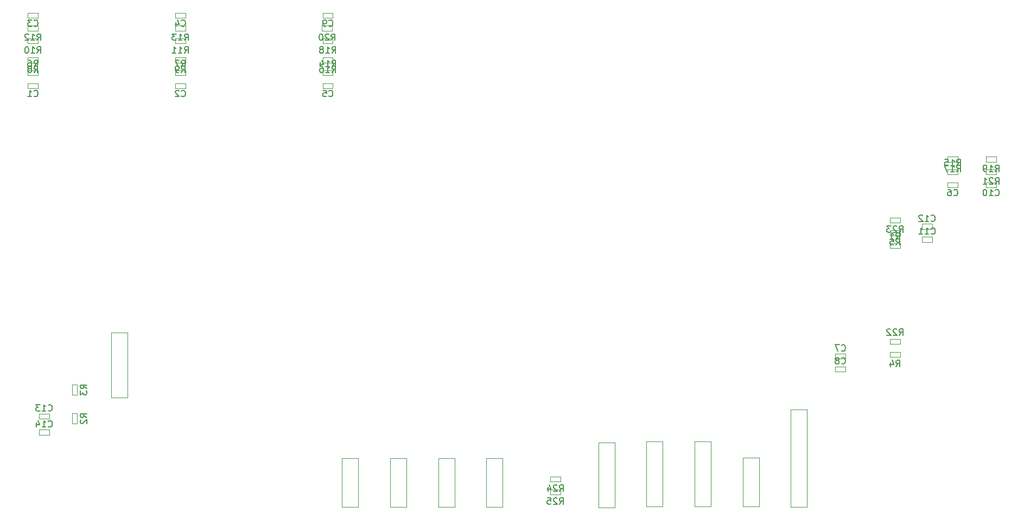
<source format=gbr>
G04 #@! TF.FileFunction,Other,Fab,Bot*
%FSLAX46Y46*%
G04 Gerber Fmt 4.6, Leading zero omitted, Abs format (unit mm)*
G04 Created by KiCad (PCBNEW 4.0.6+dfsg1-1) date Mon Apr  2 21:34:36 2018*
%MOMM*%
%LPD*%
G01*
G04 APERTURE LIST*
%ADD10C,0.100000*%
%ADD11C,0.150000*%
G04 APERTURE END LIST*
D10*
X29700000Y-96600000D02*
X29700000Y-97400000D01*
X31300000Y-96600000D02*
X29700000Y-96600000D01*
X31300000Y-97400000D02*
X31300000Y-96600000D01*
X29700000Y-97400000D02*
X31300000Y-97400000D01*
X52700000Y-96600000D02*
X52700000Y-97400000D01*
X54300000Y-96600000D02*
X52700000Y-96600000D01*
X54300000Y-97400000D02*
X54300000Y-96600000D01*
X52700000Y-97400000D02*
X54300000Y-97400000D01*
X29700000Y-85600000D02*
X29700000Y-86400000D01*
X31300000Y-85600000D02*
X29700000Y-85600000D01*
X31300000Y-86400000D02*
X31300000Y-85600000D01*
X29700000Y-86400000D02*
X31300000Y-86400000D01*
X52700000Y-85600000D02*
X52700000Y-86400000D01*
X54300000Y-85600000D02*
X52700000Y-85600000D01*
X54300000Y-86400000D02*
X54300000Y-85600000D01*
X52700000Y-86400000D02*
X54300000Y-86400000D01*
X75700000Y-96600000D02*
X75700000Y-97400000D01*
X77300000Y-96600000D02*
X75700000Y-96600000D01*
X77300000Y-97400000D02*
X77300000Y-96600000D01*
X75700000Y-97400000D02*
X77300000Y-97400000D01*
X173200000Y-112100000D02*
X173200000Y-112900000D01*
X174800000Y-112100000D02*
X173200000Y-112100000D01*
X174800000Y-112900000D02*
X174800000Y-112100000D01*
X173200000Y-112900000D02*
X174800000Y-112900000D01*
X157284588Y-139677576D02*
X157284588Y-138877576D01*
X155684588Y-139677576D02*
X157284588Y-139677576D01*
X155684588Y-138877576D02*
X155684588Y-139677576D01*
X157284588Y-138877576D02*
X155684588Y-138877576D01*
X157284588Y-141677576D02*
X157284588Y-140877576D01*
X155684588Y-141677576D02*
X157284588Y-141677576D01*
X155684588Y-140877576D02*
X155684588Y-141677576D01*
X157284588Y-140877576D02*
X155684588Y-140877576D01*
X75700000Y-85600000D02*
X75700000Y-86400000D01*
X77300000Y-85600000D02*
X75700000Y-85600000D01*
X77300000Y-86400000D02*
X77300000Y-85600000D01*
X75700000Y-86400000D02*
X77300000Y-86400000D01*
X179200000Y-112100000D02*
X179200000Y-112900000D01*
X180800000Y-112100000D02*
X179200000Y-112100000D01*
X180800000Y-112900000D02*
X180800000Y-112100000D01*
X179200000Y-112900000D02*
X180800000Y-112900000D01*
X170800000Y-121400000D02*
X170800000Y-120600000D01*
X169200000Y-121400000D02*
X170800000Y-121400000D01*
X169200000Y-120600000D02*
X169200000Y-121400000D01*
X170800000Y-120600000D02*
X169200000Y-120600000D01*
X170800000Y-119400000D02*
X170800000Y-118600000D01*
X169200000Y-119400000D02*
X170800000Y-119400000D01*
X169200000Y-118600000D02*
X169200000Y-119400000D01*
X170800000Y-118600000D02*
X169200000Y-118600000D01*
X42730000Y-145770000D02*
X42730000Y-135610000D01*
X42730000Y-135610000D02*
X45270000Y-135610000D01*
X45270000Y-135610000D02*
X45270000Y-145770000D01*
X45270000Y-145770000D02*
X42730000Y-145770000D01*
X141230000Y-162770000D02*
X141230000Y-155150000D01*
X141230000Y-155150000D02*
X143770000Y-155150000D01*
X143770000Y-155150000D02*
X143770000Y-162770000D01*
X143770000Y-162770000D02*
X141230000Y-162770000D01*
X148730000Y-162850000D02*
X148730000Y-147610000D01*
X148730000Y-147610000D02*
X151270000Y-147610000D01*
X151270000Y-147610000D02*
X151270000Y-162850000D01*
X151270000Y-162850000D02*
X148730000Y-162850000D01*
X118730000Y-162890000D02*
X118730000Y-152730000D01*
X118730000Y-152730000D02*
X121270000Y-152730000D01*
X121270000Y-152730000D02*
X121270000Y-162890000D01*
X121270000Y-162890000D02*
X118730000Y-162890000D01*
X126230000Y-162770000D02*
X126230000Y-152610000D01*
X126230000Y-152610000D02*
X128770000Y-152610000D01*
X128770000Y-152610000D02*
X128770000Y-162770000D01*
X128770000Y-162770000D02*
X126230000Y-162770000D01*
X78730000Y-162850000D02*
X78730000Y-155230000D01*
X78730000Y-155230000D02*
X81270000Y-155230000D01*
X81270000Y-155230000D02*
X81270000Y-162850000D01*
X81270000Y-162850000D02*
X78730000Y-162850000D01*
X93730000Y-162850000D02*
X93730000Y-155230000D01*
X93730000Y-155230000D02*
X96270000Y-155230000D01*
X96270000Y-155230000D02*
X96270000Y-162850000D01*
X96270000Y-162850000D02*
X93730000Y-162850000D01*
X86230000Y-162850000D02*
X86230000Y-155230000D01*
X86230000Y-155230000D02*
X88770000Y-155230000D01*
X88770000Y-155230000D02*
X88770000Y-162850000D01*
X88770000Y-162850000D02*
X86230000Y-162850000D01*
X101230000Y-162850000D02*
X101230000Y-155230000D01*
X101230000Y-155230000D02*
X103770000Y-155230000D01*
X103770000Y-155230000D02*
X103770000Y-162850000D01*
X103770000Y-162850000D02*
X101230000Y-162850000D01*
X133730000Y-162770000D02*
X133730000Y-152610000D01*
X133730000Y-152610000D02*
X136270000Y-152610000D01*
X136270000Y-152610000D02*
X136270000Y-162770000D01*
X136270000Y-162770000D02*
X133730000Y-162770000D01*
X165800000Y-122400000D02*
X165800000Y-121600000D01*
X164200000Y-122400000D02*
X165800000Y-122400000D01*
X164200000Y-121600000D02*
X164200000Y-122400000D01*
X165800000Y-121600000D02*
X164200000Y-121600000D01*
X36600000Y-149800000D02*
X37400000Y-149800000D01*
X36600000Y-148200000D02*
X36600000Y-149800000D01*
X37400000Y-148200000D02*
X36600000Y-148200000D01*
X37400000Y-149800000D02*
X37400000Y-148200000D01*
X36600000Y-145300000D02*
X37400000Y-145300000D01*
X36600000Y-143700000D02*
X36600000Y-145300000D01*
X37400000Y-143700000D02*
X36600000Y-143700000D01*
X37400000Y-145300000D02*
X37400000Y-143700000D01*
X164200000Y-138600000D02*
X164200000Y-139400000D01*
X165800000Y-138600000D02*
X164200000Y-138600000D01*
X165800000Y-139400000D02*
X165800000Y-138600000D01*
X164200000Y-139400000D02*
X165800000Y-139400000D01*
X164200000Y-119600000D02*
X164200000Y-120400000D01*
X165800000Y-119600000D02*
X164200000Y-119600000D01*
X165800000Y-120400000D02*
X165800000Y-119600000D01*
X164200000Y-120400000D02*
X165800000Y-120400000D01*
X31300000Y-95400000D02*
X31300000Y-94600000D01*
X29700000Y-95400000D02*
X31300000Y-95400000D01*
X29700000Y-94600000D02*
X29700000Y-95400000D01*
X31300000Y-94600000D02*
X29700000Y-94600000D01*
X54300000Y-95400000D02*
X54300000Y-94600000D01*
X52700000Y-95400000D02*
X54300000Y-95400000D01*
X52700000Y-94600000D02*
X52700000Y-95400000D01*
X54300000Y-94600000D02*
X52700000Y-94600000D01*
X29700000Y-92600000D02*
X29700000Y-93400000D01*
X31300000Y-92600000D02*
X29700000Y-92600000D01*
X31300000Y-93400000D02*
X31300000Y-92600000D01*
X29700000Y-93400000D02*
X31300000Y-93400000D01*
X52700000Y-92600000D02*
X52700000Y-93400000D01*
X54300000Y-92600000D02*
X52700000Y-92600000D01*
X54300000Y-93400000D02*
X54300000Y-92600000D01*
X52700000Y-93400000D02*
X54300000Y-93400000D01*
X29700000Y-89600000D02*
X29700000Y-90400000D01*
X31300000Y-89600000D02*
X29700000Y-89600000D01*
X31300000Y-90400000D02*
X31300000Y-89600000D01*
X29700000Y-90400000D02*
X31300000Y-90400000D01*
X52700000Y-89600000D02*
X52700000Y-90400000D01*
X54300000Y-89600000D02*
X52700000Y-89600000D01*
X54300000Y-90400000D02*
X54300000Y-89600000D01*
X52700000Y-90400000D02*
X54300000Y-90400000D01*
X29700000Y-87600000D02*
X29700000Y-88400000D01*
X31300000Y-87600000D02*
X29700000Y-87600000D01*
X31300000Y-88400000D02*
X31300000Y-87600000D01*
X29700000Y-88400000D02*
X31300000Y-88400000D01*
X52700000Y-87600000D02*
X52700000Y-88400000D01*
X54300000Y-87600000D02*
X52700000Y-87600000D01*
X54300000Y-88400000D02*
X54300000Y-87600000D01*
X52700000Y-88400000D02*
X54300000Y-88400000D01*
X77300000Y-95400000D02*
X77300000Y-94600000D01*
X75700000Y-95400000D02*
X77300000Y-95400000D01*
X75700000Y-94600000D02*
X75700000Y-95400000D01*
X77300000Y-94600000D02*
X75700000Y-94600000D01*
X174800000Y-110900000D02*
X174800000Y-110100000D01*
X173200000Y-110900000D02*
X174800000Y-110900000D01*
X173200000Y-110100000D02*
X173200000Y-110900000D01*
X174800000Y-110100000D02*
X173200000Y-110100000D01*
X75700000Y-92600000D02*
X75700000Y-93400000D01*
X77300000Y-92600000D02*
X75700000Y-92600000D01*
X77300000Y-93400000D02*
X77300000Y-92600000D01*
X75700000Y-93400000D02*
X77300000Y-93400000D01*
X173200000Y-108100000D02*
X173200000Y-108900000D01*
X174800000Y-108100000D02*
X173200000Y-108100000D01*
X174800000Y-108900000D02*
X174800000Y-108100000D01*
X173200000Y-108900000D02*
X174800000Y-108900000D01*
X75700000Y-89600000D02*
X75700000Y-90400000D01*
X77300000Y-89600000D02*
X75700000Y-89600000D01*
X77300000Y-90400000D02*
X77300000Y-89600000D01*
X75700000Y-90400000D02*
X77300000Y-90400000D01*
X179200000Y-108100000D02*
X179200000Y-108900000D01*
X180800000Y-108100000D02*
X179200000Y-108100000D01*
X180800000Y-108900000D02*
X180800000Y-108100000D01*
X179200000Y-108900000D02*
X180800000Y-108900000D01*
X75600000Y-87600000D02*
X75600000Y-88400000D01*
X77200000Y-87600000D02*
X75600000Y-87600000D01*
X77200000Y-88400000D02*
X77200000Y-87600000D01*
X75600000Y-88400000D02*
X77200000Y-88400000D01*
X179200000Y-110100000D02*
X179200000Y-110900000D01*
X180800000Y-110100000D02*
X179200000Y-110100000D01*
X180800000Y-110900000D02*
X180800000Y-110100000D01*
X179200000Y-110900000D02*
X180800000Y-110900000D01*
X165800000Y-137400000D02*
X165800000Y-136600000D01*
X164200000Y-137400000D02*
X165800000Y-137400000D01*
X164200000Y-136600000D02*
X164200000Y-137400000D01*
X165800000Y-136600000D02*
X164200000Y-136600000D01*
X164200000Y-117600000D02*
X164200000Y-118400000D01*
X165800000Y-117600000D02*
X164200000Y-117600000D01*
X165800000Y-118400000D02*
X165800000Y-117600000D01*
X164200000Y-118400000D02*
X165800000Y-118400000D01*
X111200000Y-158100000D02*
X111200000Y-158900000D01*
X112800000Y-158100000D02*
X111200000Y-158100000D01*
X112800000Y-158900000D02*
X112800000Y-158100000D01*
X111200000Y-158900000D02*
X112800000Y-158900000D01*
X111200000Y-160100000D02*
X111200000Y-160900000D01*
X112800000Y-160100000D02*
X111200000Y-160100000D01*
X112800000Y-160900000D02*
X112800000Y-160100000D01*
X111200000Y-160900000D02*
X112800000Y-160900000D01*
X33033814Y-149040702D02*
X33033814Y-148240702D01*
X31433814Y-149040702D02*
X33033814Y-149040702D01*
X31433814Y-148240702D02*
X31433814Y-149040702D01*
X33033814Y-148240702D02*
X31433814Y-148240702D01*
X33033814Y-151540702D02*
X33033814Y-150740702D01*
X31433814Y-151540702D02*
X33033814Y-151540702D01*
X31433814Y-150740702D02*
X31433814Y-151540702D01*
X33033814Y-150740702D02*
X31433814Y-150740702D01*
D11*
X30666666Y-98607143D02*
X30714285Y-98654762D01*
X30857142Y-98702381D01*
X30952380Y-98702381D01*
X31095238Y-98654762D01*
X31190476Y-98559524D01*
X31238095Y-98464286D01*
X31285714Y-98273810D01*
X31285714Y-98130952D01*
X31238095Y-97940476D01*
X31190476Y-97845238D01*
X31095238Y-97750000D01*
X30952380Y-97702381D01*
X30857142Y-97702381D01*
X30714285Y-97750000D01*
X30666666Y-97797619D01*
X29714285Y-98702381D02*
X30285714Y-98702381D01*
X30000000Y-98702381D02*
X30000000Y-97702381D01*
X30095238Y-97845238D01*
X30190476Y-97940476D01*
X30285714Y-97988095D01*
X53666666Y-98607143D02*
X53714285Y-98654762D01*
X53857142Y-98702381D01*
X53952380Y-98702381D01*
X54095238Y-98654762D01*
X54190476Y-98559524D01*
X54238095Y-98464286D01*
X54285714Y-98273810D01*
X54285714Y-98130952D01*
X54238095Y-97940476D01*
X54190476Y-97845238D01*
X54095238Y-97750000D01*
X53952380Y-97702381D01*
X53857142Y-97702381D01*
X53714285Y-97750000D01*
X53666666Y-97797619D01*
X53285714Y-97797619D02*
X53238095Y-97750000D01*
X53142857Y-97702381D01*
X52904761Y-97702381D01*
X52809523Y-97750000D01*
X52761904Y-97797619D01*
X52714285Y-97892857D01*
X52714285Y-97988095D01*
X52761904Y-98130952D01*
X53333333Y-98702381D01*
X52714285Y-98702381D01*
X30666666Y-87607143D02*
X30714285Y-87654762D01*
X30857142Y-87702381D01*
X30952380Y-87702381D01*
X31095238Y-87654762D01*
X31190476Y-87559524D01*
X31238095Y-87464286D01*
X31285714Y-87273810D01*
X31285714Y-87130952D01*
X31238095Y-86940476D01*
X31190476Y-86845238D01*
X31095238Y-86750000D01*
X30952380Y-86702381D01*
X30857142Y-86702381D01*
X30714285Y-86750000D01*
X30666666Y-86797619D01*
X30333333Y-86702381D02*
X29714285Y-86702381D01*
X30047619Y-87083333D01*
X29904761Y-87083333D01*
X29809523Y-87130952D01*
X29761904Y-87178571D01*
X29714285Y-87273810D01*
X29714285Y-87511905D01*
X29761904Y-87607143D01*
X29809523Y-87654762D01*
X29904761Y-87702381D01*
X30190476Y-87702381D01*
X30285714Y-87654762D01*
X30333333Y-87607143D01*
X53666666Y-87607143D02*
X53714285Y-87654762D01*
X53857142Y-87702381D01*
X53952380Y-87702381D01*
X54095238Y-87654762D01*
X54190476Y-87559524D01*
X54238095Y-87464286D01*
X54285714Y-87273810D01*
X54285714Y-87130952D01*
X54238095Y-86940476D01*
X54190476Y-86845238D01*
X54095238Y-86750000D01*
X53952380Y-86702381D01*
X53857142Y-86702381D01*
X53714285Y-86750000D01*
X53666666Y-86797619D01*
X52809523Y-87035714D02*
X52809523Y-87702381D01*
X53047619Y-86654762D02*
X53285714Y-87369048D01*
X52666666Y-87369048D01*
X76666666Y-98607143D02*
X76714285Y-98654762D01*
X76857142Y-98702381D01*
X76952380Y-98702381D01*
X77095238Y-98654762D01*
X77190476Y-98559524D01*
X77238095Y-98464286D01*
X77285714Y-98273810D01*
X77285714Y-98130952D01*
X77238095Y-97940476D01*
X77190476Y-97845238D01*
X77095238Y-97750000D01*
X76952380Y-97702381D01*
X76857142Y-97702381D01*
X76714285Y-97750000D01*
X76666666Y-97797619D01*
X75761904Y-97702381D02*
X76238095Y-97702381D01*
X76285714Y-98178571D01*
X76238095Y-98130952D01*
X76142857Y-98083333D01*
X75904761Y-98083333D01*
X75809523Y-98130952D01*
X75761904Y-98178571D01*
X75714285Y-98273810D01*
X75714285Y-98511905D01*
X75761904Y-98607143D01*
X75809523Y-98654762D01*
X75904761Y-98702381D01*
X76142857Y-98702381D01*
X76238095Y-98654762D01*
X76285714Y-98607143D01*
X174166666Y-114107143D02*
X174214285Y-114154762D01*
X174357142Y-114202381D01*
X174452380Y-114202381D01*
X174595238Y-114154762D01*
X174690476Y-114059524D01*
X174738095Y-113964286D01*
X174785714Y-113773810D01*
X174785714Y-113630952D01*
X174738095Y-113440476D01*
X174690476Y-113345238D01*
X174595238Y-113250000D01*
X174452380Y-113202381D01*
X174357142Y-113202381D01*
X174214285Y-113250000D01*
X174166666Y-113297619D01*
X173309523Y-113202381D02*
X173500000Y-113202381D01*
X173595238Y-113250000D01*
X173642857Y-113297619D01*
X173738095Y-113440476D01*
X173785714Y-113630952D01*
X173785714Y-114011905D01*
X173738095Y-114107143D01*
X173690476Y-114154762D01*
X173595238Y-114202381D01*
X173404761Y-114202381D01*
X173309523Y-114154762D01*
X173261904Y-114107143D01*
X173214285Y-114011905D01*
X173214285Y-113773810D01*
X173261904Y-113678571D01*
X173309523Y-113630952D01*
X173404761Y-113583333D01*
X173595238Y-113583333D01*
X173690476Y-113630952D01*
X173738095Y-113678571D01*
X173785714Y-113773810D01*
X156651254Y-138384719D02*
X156698873Y-138432338D01*
X156841730Y-138479957D01*
X156936968Y-138479957D01*
X157079826Y-138432338D01*
X157175064Y-138337100D01*
X157222683Y-138241862D01*
X157270302Y-138051386D01*
X157270302Y-137908528D01*
X157222683Y-137718052D01*
X157175064Y-137622814D01*
X157079826Y-137527576D01*
X156936968Y-137479957D01*
X156841730Y-137479957D01*
X156698873Y-137527576D01*
X156651254Y-137575195D01*
X156317921Y-137479957D02*
X155651254Y-137479957D01*
X156079826Y-138479957D01*
X156651254Y-140384719D02*
X156698873Y-140432338D01*
X156841730Y-140479957D01*
X156936968Y-140479957D01*
X157079826Y-140432338D01*
X157175064Y-140337100D01*
X157222683Y-140241862D01*
X157270302Y-140051386D01*
X157270302Y-139908528D01*
X157222683Y-139718052D01*
X157175064Y-139622814D01*
X157079826Y-139527576D01*
X156936968Y-139479957D01*
X156841730Y-139479957D01*
X156698873Y-139527576D01*
X156651254Y-139575195D01*
X156079826Y-139908528D02*
X156175064Y-139860909D01*
X156222683Y-139813290D01*
X156270302Y-139718052D01*
X156270302Y-139670433D01*
X156222683Y-139575195D01*
X156175064Y-139527576D01*
X156079826Y-139479957D01*
X155889349Y-139479957D01*
X155794111Y-139527576D01*
X155746492Y-139575195D01*
X155698873Y-139670433D01*
X155698873Y-139718052D01*
X155746492Y-139813290D01*
X155794111Y-139860909D01*
X155889349Y-139908528D01*
X156079826Y-139908528D01*
X156175064Y-139956147D01*
X156222683Y-140003766D01*
X156270302Y-140099005D01*
X156270302Y-140289481D01*
X156222683Y-140384719D01*
X156175064Y-140432338D01*
X156079826Y-140479957D01*
X155889349Y-140479957D01*
X155794111Y-140432338D01*
X155746492Y-140384719D01*
X155698873Y-140289481D01*
X155698873Y-140099005D01*
X155746492Y-140003766D01*
X155794111Y-139956147D01*
X155889349Y-139908528D01*
X76666666Y-87607143D02*
X76714285Y-87654762D01*
X76857142Y-87702381D01*
X76952380Y-87702381D01*
X77095238Y-87654762D01*
X77190476Y-87559524D01*
X77238095Y-87464286D01*
X77285714Y-87273810D01*
X77285714Y-87130952D01*
X77238095Y-86940476D01*
X77190476Y-86845238D01*
X77095238Y-86750000D01*
X76952380Y-86702381D01*
X76857142Y-86702381D01*
X76714285Y-86750000D01*
X76666666Y-86797619D01*
X76190476Y-87702381D02*
X76000000Y-87702381D01*
X75904761Y-87654762D01*
X75857142Y-87607143D01*
X75761904Y-87464286D01*
X75714285Y-87273810D01*
X75714285Y-86892857D01*
X75761904Y-86797619D01*
X75809523Y-86750000D01*
X75904761Y-86702381D01*
X76095238Y-86702381D01*
X76190476Y-86750000D01*
X76238095Y-86797619D01*
X76285714Y-86892857D01*
X76285714Y-87130952D01*
X76238095Y-87226190D01*
X76190476Y-87273810D01*
X76095238Y-87321429D01*
X75904761Y-87321429D01*
X75809523Y-87273810D01*
X75761904Y-87226190D01*
X75714285Y-87130952D01*
X180642857Y-114107143D02*
X180690476Y-114154762D01*
X180833333Y-114202381D01*
X180928571Y-114202381D01*
X181071429Y-114154762D01*
X181166667Y-114059524D01*
X181214286Y-113964286D01*
X181261905Y-113773810D01*
X181261905Y-113630952D01*
X181214286Y-113440476D01*
X181166667Y-113345238D01*
X181071429Y-113250000D01*
X180928571Y-113202381D01*
X180833333Y-113202381D01*
X180690476Y-113250000D01*
X180642857Y-113297619D01*
X179690476Y-114202381D02*
X180261905Y-114202381D01*
X179976191Y-114202381D02*
X179976191Y-113202381D01*
X180071429Y-113345238D01*
X180166667Y-113440476D01*
X180261905Y-113488095D01*
X179071429Y-113202381D02*
X178976190Y-113202381D01*
X178880952Y-113250000D01*
X178833333Y-113297619D01*
X178785714Y-113392857D01*
X178738095Y-113583333D01*
X178738095Y-113821429D01*
X178785714Y-114011905D01*
X178833333Y-114107143D01*
X178880952Y-114154762D01*
X178976190Y-114202381D01*
X179071429Y-114202381D01*
X179166667Y-114154762D01*
X179214286Y-114107143D01*
X179261905Y-114011905D01*
X179309524Y-113821429D01*
X179309524Y-113583333D01*
X179261905Y-113392857D01*
X179214286Y-113297619D01*
X179166667Y-113250000D01*
X179071429Y-113202381D01*
X170642857Y-120107143D02*
X170690476Y-120154762D01*
X170833333Y-120202381D01*
X170928571Y-120202381D01*
X171071429Y-120154762D01*
X171166667Y-120059524D01*
X171214286Y-119964286D01*
X171261905Y-119773810D01*
X171261905Y-119630952D01*
X171214286Y-119440476D01*
X171166667Y-119345238D01*
X171071429Y-119250000D01*
X170928571Y-119202381D01*
X170833333Y-119202381D01*
X170690476Y-119250000D01*
X170642857Y-119297619D01*
X169690476Y-120202381D02*
X170261905Y-120202381D01*
X169976191Y-120202381D02*
X169976191Y-119202381D01*
X170071429Y-119345238D01*
X170166667Y-119440476D01*
X170261905Y-119488095D01*
X168738095Y-120202381D02*
X169309524Y-120202381D01*
X169023810Y-120202381D02*
X169023810Y-119202381D01*
X169119048Y-119345238D01*
X169214286Y-119440476D01*
X169309524Y-119488095D01*
X170642857Y-118107143D02*
X170690476Y-118154762D01*
X170833333Y-118202381D01*
X170928571Y-118202381D01*
X171071429Y-118154762D01*
X171166667Y-118059524D01*
X171214286Y-117964286D01*
X171261905Y-117773810D01*
X171261905Y-117630952D01*
X171214286Y-117440476D01*
X171166667Y-117345238D01*
X171071429Y-117250000D01*
X170928571Y-117202381D01*
X170833333Y-117202381D01*
X170690476Y-117250000D01*
X170642857Y-117297619D01*
X169690476Y-118202381D02*
X170261905Y-118202381D01*
X169976191Y-118202381D02*
X169976191Y-117202381D01*
X170071429Y-117345238D01*
X170166667Y-117440476D01*
X170261905Y-117488095D01*
X169309524Y-117297619D02*
X169261905Y-117250000D01*
X169166667Y-117202381D01*
X168928571Y-117202381D01*
X168833333Y-117250000D01*
X168785714Y-117297619D01*
X168738095Y-117392857D01*
X168738095Y-117488095D01*
X168785714Y-117630952D01*
X169357143Y-118202381D01*
X168738095Y-118202381D01*
X165166666Y-121002381D02*
X165500000Y-120526190D01*
X165738095Y-121002381D02*
X165738095Y-120002381D01*
X165357142Y-120002381D01*
X165261904Y-120050000D01*
X165214285Y-120097619D01*
X165166666Y-120192857D01*
X165166666Y-120335714D01*
X165214285Y-120430952D01*
X165261904Y-120478571D01*
X165357142Y-120526190D01*
X165738095Y-120526190D01*
X164214285Y-121002381D02*
X164785714Y-121002381D01*
X164500000Y-121002381D02*
X164500000Y-120002381D01*
X164595238Y-120145238D01*
X164690476Y-120240476D01*
X164785714Y-120288095D01*
X38902381Y-148833334D02*
X38426190Y-148500000D01*
X38902381Y-148261905D02*
X37902381Y-148261905D01*
X37902381Y-148642858D01*
X37950000Y-148738096D01*
X37997619Y-148785715D01*
X38092857Y-148833334D01*
X38235714Y-148833334D01*
X38330952Y-148785715D01*
X38378571Y-148738096D01*
X38426190Y-148642858D01*
X38426190Y-148261905D01*
X37997619Y-149214286D02*
X37950000Y-149261905D01*
X37902381Y-149357143D01*
X37902381Y-149595239D01*
X37950000Y-149690477D01*
X37997619Y-149738096D01*
X38092857Y-149785715D01*
X38188095Y-149785715D01*
X38330952Y-149738096D01*
X38902381Y-149166667D01*
X38902381Y-149785715D01*
X38902381Y-144333334D02*
X38426190Y-144000000D01*
X38902381Y-143761905D02*
X37902381Y-143761905D01*
X37902381Y-144142858D01*
X37950000Y-144238096D01*
X37997619Y-144285715D01*
X38092857Y-144333334D01*
X38235714Y-144333334D01*
X38330952Y-144285715D01*
X38378571Y-144238096D01*
X38426190Y-144142858D01*
X38426190Y-143761905D01*
X37902381Y-144666667D02*
X37902381Y-145285715D01*
X38283333Y-144952381D01*
X38283333Y-145095239D01*
X38330952Y-145190477D01*
X38378571Y-145238096D01*
X38473810Y-145285715D01*
X38711905Y-145285715D01*
X38807143Y-145238096D01*
X38854762Y-145190477D01*
X38902381Y-145095239D01*
X38902381Y-144809524D01*
X38854762Y-144714286D01*
X38807143Y-144666667D01*
X165166666Y-140902381D02*
X165500000Y-140426190D01*
X165738095Y-140902381D02*
X165738095Y-139902381D01*
X165357142Y-139902381D01*
X165261904Y-139950000D01*
X165214285Y-139997619D01*
X165166666Y-140092857D01*
X165166666Y-140235714D01*
X165214285Y-140330952D01*
X165261904Y-140378571D01*
X165357142Y-140426190D01*
X165738095Y-140426190D01*
X164309523Y-140235714D02*
X164309523Y-140902381D01*
X164547619Y-139854762D02*
X164785714Y-140569048D01*
X164166666Y-140569048D01*
X165166666Y-121902381D02*
X165500000Y-121426190D01*
X165738095Y-121902381D02*
X165738095Y-120902381D01*
X165357142Y-120902381D01*
X165261904Y-120950000D01*
X165214285Y-120997619D01*
X165166666Y-121092857D01*
X165166666Y-121235714D01*
X165214285Y-121330952D01*
X165261904Y-121378571D01*
X165357142Y-121426190D01*
X165738095Y-121426190D01*
X164261904Y-120902381D02*
X164738095Y-120902381D01*
X164785714Y-121378571D01*
X164738095Y-121330952D01*
X164642857Y-121283333D01*
X164404761Y-121283333D01*
X164309523Y-121330952D01*
X164261904Y-121378571D01*
X164214285Y-121473810D01*
X164214285Y-121711905D01*
X164261904Y-121807143D01*
X164309523Y-121854762D01*
X164404761Y-121902381D01*
X164642857Y-121902381D01*
X164738095Y-121854762D01*
X164785714Y-121807143D01*
X30666666Y-94002381D02*
X31000000Y-93526190D01*
X31238095Y-94002381D02*
X31238095Y-93002381D01*
X30857142Y-93002381D01*
X30761904Y-93050000D01*
X30714285Y-93097619D01*
X30666666Y-93192857D01*
X30666666Y-93335714D01*
X30714285Y-93430952D01*
X30761904Y-93478571D01*
X30857142Y-93526190D01*
X31238095Y-93526190D01*
X29809523Y-93002381D02*
X30000000Y-93002381D01*
X30095238Y-93050000D01*
X30142857Y-93097619D01*
X30238095Y-93240476D01*
X30285714Y-93430952D01*
X30285714Y-93811905D01*
X30238095Y-93907143D01*
X30190476Y-93954762D01*
X30095238Y-94002381D01*
X29904761Y-94002381D01*
X29809523Y-93954762D01*
X29761904Y-93907143D01*
X29714285Y-93811905D01*
X29714285Y-93573810D01*
X29761904Y-93478571D01*
X29809523Y-93430952D01*
X29904761Y-93383333D01*
X30095238Y-93383333D01*
X30190476Y-93430952D01*
X30238095Y-93478571D01*
X30285714Y-93573810D01*
X53666666Y-94002381D02*
X54000000Y-93526190D01*
X54238095Y-94002381D02*
X54238095Y-93002381D01*
X53857142Y-93002381D01*
X53761904Y-93050000D01*
X53714285Y-93097619D01*
X53666666Y-93192857D01*
X53666666Y-93335714D01*
X53714285Y-93430952D01*
X53761904Y-93478571D01*
X53857142Y-93526190D01*
X54238095Y-93526190D01*
X53333333Y-93002381D02*
X52666666Y-93002381D01*
X53095238Y-94002381D01*
X30666666Y-94902381D02*
X31000000Y-94426190D01*
X31238095Y-94902381D02*
X31238095Y-93902381D01*
X30857142Y-93902381D01*
X30761904Y-93950000D01*
X30714285Y-93997619D01*
X30666666Y-94092857D01*
X30666666Y-94235714D01*
X30714285Y-94330952D01*
X30761904Y-94378571D01*
X30857142Y-94426190D01*
X31238095Y-94426190D01*
X30095238Y-94330952D02*
X30190476Y-94283333D01*
X30238095Y-94235714D01*
X30285714Y-94140476D01*
X30285714Y-94092857D01*
X30238095Y-93997619D01*
X30190476Y-93950000D01*
X30095238Y-93902381D01*
X29904761Y-93902381D01*
X29809523Y-93950000D01*
X29761904Y-93997619D01*
X29714285Y-94092857D01*
X29714285Y-94140476D01*
X29761904Y-94235714D01*
X29809523Y-94283333D01*
X29904761Y-94330952D01*
X30095238Y-94330952D01*
X30190476Y-94378571D01*
X30238095Y-94426190D01*
X30285714Y-94521429D01*
X30285714Y-94711905D01*
X30238095Y-94807143D01*
X30190476Y-94854762D01*
X30095238Y-94902381D01*
X29904761Y-94902381D01*
X29809523Y-94854762D01*
X29761904Y-94807143D01*
X29714285Y-94711905D01*
X29714285Y-94521429D01*
X29761904Y-94426190D01*
X29809523Y-94378571D01*
X29904761Y-94330952D01*
X53666666Y-94902381D02*
X54000000Y-94426190D01*
X54238095Y-94902381D02*
X54238095Y-93902381D01*
X53857142Y-93902381D01*
X53761904Y-93950000D01*
X53714285Y-93997619D01*
X53666666Y-94092857D01*
X53666666Y-94235714D01*
X53714285Y-94330952D01*
X53761904Y-94378571D01*
X53857142Y-94426190D01*
X54238095Y-94426190D01*
X53190476Y-94902381D02*
X53000000Y-94902381D01*
X52904761Y-94854762D01*
X52857142Y-94807143D01*
X52761904Y-94664286D01*
X52714285Y-94473810D01*
X52714285Y-94092857D01*
X52761904Y-93997619D01*
X52809523Y-93950000D01*
X52904761Y-93902381D01*
X53095238Y-93902381D01*
X53190476Y-93950000D01*
X53238095Y-93997619D01*
X53285714Y-94092857D01*
X53285714Y-94330952D01*
X53238095Y-94426190D01*
X53190476Y-94473810D01*
X53095238Y-94521429D01*
X52904761Y-94521429D01*
X52809523Y-94473810D01*
X52761904Y-94426190D01*
X52714285Y-94330952D01*
X31142857Y-91902381D02*
X31476191Y-91426190D01*
X31714286Y-91902381D02*
X31714286Y-90902381D01*
X31333333Y-90902381D01*
X31238095Y-90950000D01*
X31190476Y-90997619D01*
X31142857Y-91092857D01*
X31142857Y-91235714D01*
X31190476Y-91330952D01*
X31238095Y-91378571D01*
X31333333Y-91426190D01*
X31714286Y-91426190D01*
X30190476Y-91902381D02*
X30761905Y-91902381D01*
X30476191Y-91902381D02*
X30476191Y-90902381D01*
X30571429Y-91045238D01*
X30666667Y-91140476D01*
X30761905Y-91188095D01*
X29571429Y-90902381D02*
X29476190Y-90902381D01*
X29380952Y-90950000D01*
X29333333Y-90997619D01*
X29285714Y-91092857D01*
X29238095Y-91283333D01*
X29238095Y-91521429D01*
X29285714Y-91711905D01*
X29333333Y-91807143D01*
X29380952Y-91854762D01*
X29476190Y-91902381D01*
X29571429Y-91902381D01*
X29666667Y-91854762D01*
X29714286Y-91807143D01*
X29761905Y-91711905D01*
X29809524Y-91521429D01*
X29809524Y-91283333D01*
X29761905Y-91092857D01*
X29714286Y-90997619D01*
X29666667Y-90950000D01*
X29571429Y-90902381D01*
X54142857Y-91902381D02*
X54476191Y-91426190D01*
X54714286Y-91902381D02*
X54714286Y-90902381D01*
X54333333Y-90902381D01*
X54238095Y-90950000D01*
X54190476Y-90997619D01*
X54142857Y-91092857D01*
X54142857Y-91235714D01*
X54190476Y-91330952D01*
X54238095Y-91378571D01*
X54333333Y-91426190D01*
X54714286Y-91426190D01*
X53190476Y-91902381D02*
X53761905Y-91902381D01*
X53476191Y-91902381D02*
X53476191Y-90902381D01*
X53571429Y-91045238D01*
X53666667Y-91140476D01*
X53761905Y-91188095D01*
X52238095Y-91902381D02*
X52809524Y-91902381D01*
X52523810Y-91902381D02*
X52523810Y-90902381D01*
X52619048Y-91045238D01*
X52714286Y-91140476D01*
X52809524Y-91188095D01*
X31142857Y-89902381D02*
X31476191Y-89426190D01*
X31714286Y-89902381D02*
X31714286Y-88902381D01*
X31333333Y-88902381D01*
X31238095Y-88950000D01*
X31190476Y-88997619D01*
X31142857Y-89092857D01*
X31142857Y-89235714D01*
X31190476Y-89330952D01*
X31238095Y-89378571D01*
X31333333Y-89426190D01*
X31714286Y-89426190D01*
X30190476Y-89902381D02*
X30761905Y-89902381D01*
X30476191Y-89902381D02*
X30476191Y-88902381D01*
X30571429Y-89045238D01*
X30666667Y-89140476D01*
X30761905Y-89188095D01*
X29809524Y-88997619D02*
X29761905Y-88950000D01*
X29666667Y-88902381D01*
X29428571Y-88902381D01*
X29333333Y-88950000D01*
X29285714Y-88997619D01*
X29238095Y-89092857D01*
X29238095Y-89188095D01*
X29285714Y-89330952D01*
X29857143Y-89902381D01*
X29238095Y-89902381D01*
X54142857Y-89902381D02*
X54476191Y-89426190D01*
X54714286Y-89902381D02*
X54714286Y-88902381D01*
X54333333Y-88902381D01*
X54238095Y-88950000D01*
X54190476Y-88997619D01*
X54142857Y-89092857D01*
X54142857Y-89235714D01*
X54190476Y-89330952D01*
X54238095Y-89378571D01*
X54333333Y-89426190D01*
X54714286Y-89426190D01*
X53190476Y-89902381D02*
X53761905Y-89902381D01*
X53476191Y-89902381D02*
X53476191Y-88902381D01*
X53571429Y-89045238D01*
X53666667Y-89140476D01*
X53761905Y-89188095D01*
X52857143Y-88902381D02*
X52238095Y-88902381D01*
X52571429Y-89283333D01*
X52428571Y-89283333D01*
X52333333Y-89330952D01*
X52285714Y-89378571D01*
X52238095Y-89473810D01*
X52238095Y-89711905D01*
X52285714Y-89807143D01*
X52333333Y-89854762D01*
X52428571Y-89902381D01*
X52714286Y-89902381D01*
X52809524Y-89854762D01*
X52857143Y-89807143D01*
X77142857Y-94002381D02*
X77476191Y-93526190D01*
X77714286Y-94002381D02*
X77714286Y-93002381D01*
X77333333Y-93002381D01*
X77238095Y-93050000D01*
X77190476Y-93097619D01*
X77142857Y-93192857D01*
X77142857Y-93335714D01*
X77190476Y-93430952D01*
X77238095Y-93478571D01*
X77333333Y-93526190D01*
X77714286Y-93526190D01*
X76190476Y-94002381D02*
X76761905Y-94002381D01*
X76476191Y-94002381D02*
X76476191Y-93002381D01*
X76571429Y-93145238D01*
X76666667Y-93240476D01*
X76761905Y-93288095D01*
X75333333Y-93335714D02*
X75333333Y-94002381D01*
X75571429Y-92954762D02*
X75809524Y-93669048D01*
X75190476Y-93669048D01*
X174642857Y-109502381D02*
X174976191Y-109026190D01*
X175214286Y-109502381D02*
X175214286Y-108502381D01*
X174833333Y-108502381D01*
X174738095Y-108550000D01*
X174690476Y-108597619D01*
X174642857Y-108692857D01*
X174642857Y-108835714D01*
X174690476Y-108930952D01*
X174738095Y-108978571D01*
X174833333Y-109026190D01*
X175214286Y-109026190D01*
X173690476Y-109502381D02*
X174261905Y-109502381D01*
X173976191Y-109502381D02*
X173976191Y-108502381D01*
X174071429Y-108645238D01*
X174166667Y-108740476D01*
X174261905Y-108788095D01*
X172785714Y-108502381D02*
X173261905Y-108502381D01*
X173309524Y-108978571D01*
X173261905Y-108930952D01*
X173166667Y-108883333D01*
X172928571Y-108883333D01*
X172833333Y-108930952D01*
X172785714Y-108978571D01*
X172738095Y-109073810D01*
X172738095Y-109311905D01*
X172785714Y-109407143D01*
X172833333Y-109454762D01*
X172928571Y-109502381D01*
X173166667Y-109502381D01*
X173261905Y-109454762D01*
X173309524Y-109407143D01*
X77142857Y-94902381D02*
X77476191Y-94426190D01*
X77714286Y-94902381D02*
X77714286Y-93902381D01*
X77333333Y-93902381D01*
X77238095Y-93950000D01*
X77190476Y-93997619D01*
X77142857Y-94092857D01*
X77142857Y-94235714D01*
X77190476Y-94330952D01*
X77238095Y-94378571D01*
X77333333Y-94426190D01*
X77714286Y-94426190D01*
X76190476Y-94902381D02*
X76761905Y-94902381D01*
X76476191Y-94902381D02*
X76476191Y-93902381D01*
X76571429Y-94045238D01*
X76666667Y-94140476D01*
X76761905Y-94188095D01*
X75333333Y-93902381D02*
X75523810Y-93902381D01*
X75619048Y-93950000D01*
X75666667Y-93997619D01*
X75761905Y-94140476D01*
X75809524Y-94330952D01*
X75809524Y-94711905D01*
X75761905Y-94807143D01*
X75714286Y-94854762D01*
X75619048Y-94902381D01*
X75428571Y-94902381D01*
X75333333Y-94854762D01*
X75285714Y-94807143D01*
X75238095Y-94711905D01*
X75238095Y-94473810D01*
X75285714Y-94378571D01*
X75333333Y-94330952D01*
X75428571Y-94283333D01*
X75619048Y-94283333D01*
X75714286Y-94330952D01*
X75761905Y-94378571D01*
X75809524Y-94473810D01*
X174642857Y-110402381D02*
X174976191Y-109926190D01*
X175214286Y-110402381D02*
X175214286Y-109402381D01*
X174833333Y-109402381D01*
X174738095Y-109450000D01*
X174690476Y-109497619D01*
X174642857Y-109592857D01*
X174642857Y-109735714D01*
X174690476Y-109830952D01*
X174738095Y-109878571D01*
X174833333Y-109926190D01*
X175214286Y-109926190D01*
X173690476Y-110402381D02*
X174261905Y-110402381D01*
X173976191Y-110402381D02*
X173976191Y-109402381D01*
X174071429Y-109545238D01*
X174166667Y-109640476D01*
X174261905Y-109688095D01*
X173357143Y-109402381D02*
X172690476Y-109402381D01*
X173119048Y-110402381D01*
X77142857Y-91902381D02*
X77476191Y-91426190D01*
X77714286Y-91902381D02*
X77714286Y-90902381D01*
X77333333Y-90902381D01*
X77238095Y-90950000D01*
X77190476Y-90997619D01*
X77142857Y-91092857D01*
X77142857Y-91235714D01*
X77190476Y-91330952D01*
X77238095Y-91378571D01*
X77333333Y-91426190D01*
X77714286Y-91426190D01*
X76190476Y-91902381D02*
X76761905Y-91902381D01*
X76476191Y-91902381D02*
X76476191Y-90902381D01*
X76571429Y-91045238D01*
X76666667Y-91140476D01*
X76761905Y-91188095D01*
X75619048Y-91330952D02*
X75714286Y-91283333D01*
X75761905Y-91235714D01*
X75809524Y-91140476D01*
X75809524Y-91092857D01*
X75761905Y-90997619D01*
X75714286Y-90950000D01*
X75619048Y-90902381D01*
X75428571Y-90902381D01*
X75333333Y-90950000D01*
X75285714Y-90997619D01*
X75238095Y-91092857D01*
X75238095Y-91140476D01*
X75285714Y-91235714D01*
X75333333Y-91283333D01*
X75428571Y-91330952D01*
X75619048Y-91330952D01*
X75714286Y-91378571D01*
X75761905Y-91426190D01*
X75809524Y-91521429D01*
X75809524Y-91711905D01*
X75761905Y-91807143D01*
X75714286Y-91854762D01*
X75619048Y-91902381D01*
X75428571Y-91902381D01*
X75333333Y-91854762D01*
X75285714Y-91807143D01*
X75238095Y-91711905D01*
X75238095Y-91521429D01*
X75285714Y-91426190D01*
X75333333Y-91378571D01*
X75428571Y-91330952D01*
X180642857Y-110402381D02*
X180976191Y-109926190D01*
X181214286Y-110402381D02*
X181214286Y-109402381D01*
X180833333Y-109402381D01*
X180738095Y-109450000D01*
X180690476Y-109497619D01*
X180642857Y-109592857D01*
X180642857Y-109735714D01*
X180690476Y-109830952D01*
X180738095Y-109878571D01*
X180833333Y-109926190D01*
X181214286Y-109926190D01*
X179690476Y-110402381D02*
X180261905Y-110402381D01*
X179976191Y-110402381D02*
X179976191Y-109402381D01*
X180071429Y-109545238D01*
X180166667Y-109640476D01*
X180261905Y-109688095D01*
X179214286Y-110402381D02*
X179023810Y-110402381D01*
X178928571Y-110354762D01*
X178880952Y-110307143D01*
X178785714Y-110164286D01*
X178738095Y-109973810D01*
X178738095Y-109592857D01*
X178785714Y-109497619D01*
X178833333Y-109450000D01*
X178928571Y-109402381D01*
X179119048Y-109402381D01*
X179214286Y-109450000D01*
X179261905Y-109497619D01*
X179309524Y-109592857D01*
X179309524Y-109830952D01*
X179261905Y-109926190D01*
X179214286Y-109973810D01*
X179119048Y-110021429D01*
X178928571Y-110021429D01*
X178833333Y-109973810D01*
X178785714Y-109926190D01*
X178738095Y-109830952D01*
X77042857Y-89902381D02*
X77376191Y-89426190D01*
X77614286Y-89902381D02*
X77614286Y-88902381D01*
X77233333Y-88902381D01*
X77138095Y-88950000D01*
X77090476Y-88997619D01*
X77042857Y-89092857D01*
X77042857Y-89235714D01*
X77090476Y-89330952D01*
X77138095Y-89378571D01*
X77233333Y-89426190D01*
X77614286Y-89426190D01*
X76661905Y-88997619D02*
X76614286Y-88950000D01*
X76519048Y-88902381D01*
X76280952Y-88902381D01*
X76185714Y-88950000D01*
X76138095Y-88997619D01*
X76090476Y-89092857D01*
X76090476Y-89188095D01*
X76138095Y-89330952D01*
X76709524Y-89902381D01*
X76090476Y-89902381D01*
X75471429Y-88902381D02*
X75376190Y-88902381D01*
X75280952Y-88950000D01*
X75233333Y-88997619D01*
X75185714Y-89092857D01*
X75138095Y-89283333D01*
X75138095Y-89521429D01*
X75185714Y-89711905D01*
X75233333Y-89807143D01*
X75280952Y-89854762D01*
X75376190Y-89902381D01*
X75471429Y-89902381D01*
X75566667Y-89854762D01*
X75614286Y-89807143D01*
X75661905Y-89711905D01*
X75709524Y-89521429D01*
X75709524Y-89283333D01*
X75661905Y-89092857D01*
X75614286Y-88997619D01*
X75566667Y-88950000D01*
X75471429Y-88902381D01*
X180642857Y-112402381D02*
X180976191Y-111926190D01*
X181214286Y-112402381D02*
X181214286Y-111402381D01*
X180833333Y-111402381D01*
X180738095Y-111450000D01*
X180690476Y-111497619D01*
X180642857Y-111592857D01*
X180642857Y-111735714D01*
X180690476Y-111830952D01*
X180738095Y-111878571D01*
X180833333Y-111926190D01*
X181214286Y-111926190D01*
X180261905Y-111497619D02*
X180214286Y-111450000D01*
X180119048Y-111402381D01*
X179880952Y-111402381D01*
X179785714Y-111450000D01*
X179738095Y-111497619D01*
X179690476Y-111592857D01*
X179690476Y-111688095D01*
X179738095Y-111830952D01*
X180309524Y-112402381D01*
X179690476Y-112402381D01*
X178738095Y-112402381D02*
X179309524Y-112402381D01*
X179023810Y-112402381D02*
X179023810Y-111402381D01*
X179119048Y-111545238D01*
X179214286Y-111640476D01*
X179309524Y-111688095D01*
X165642857Y-136002381D02*
X165976191Y-135526190D01*
X166214286Y-136002381D02*
X166214286Y-135002381D01*
X165833333Y-135002381D01*
X165738095Y-135050000D01*
X165690476Y-135097619D01*
X165642857Y-135192857D01*
X165642857Y-135335714D01*
X165690476Y-135430952D01*
X165738095Y-135478571D01*
X165833333Y-135526190D01*
X166214286Y-135526190D01*
X165261905Y-135097619D02*
X165214286Y-135050000D01*
X165119048Y-135002381D01*
X164880952Y-135002381D01*
X164785714Y-135050000D01*
X164738095Y-135097619D01*
X164690476Y-135192857D01*
X164690476Y-135288095D01*
X164738095Y-135430952D01*
X165309524Y-136002381D01*
X164690476Y-136002381D01*
X164309524Y-135097619D02*
X164261905Y-135050000D01*
X164166667Y-135002381D01*
X163928571Y-135002381D01*
X163833333Y-135050000D01*
X163785714Y-135097619D01*
X163738095Y-135192857D01*
X163738095Y-135288095D01*
X163785714Y-135430952D01*
X164357143Y-136002381D01*
X163738095Y-136002381D01*
X165642857Y-119902381D02*
X165976191Y-119426190D01*
X166214286Y-119902381D02*
X166214286Y-118902381D01*
X165833333Y-118902381D01*
X165738095Y-118950000D01*
X165690476Y-118997619D01*
X165642857Y-119092857D01*
X165642857Y-119235714D01*
X165690476Y-119330952D01*
X165738095Y-119378571D01*
X165833333Y-119426190D01*
X166214286Y-119426190D01*
X165261905Y-118997619D02*
X165214286Y-118950000D01*
X165119048Y-118902381D01*
X164880952Y-118902381D01*
X164785714Y-118950000D01*
X164738095Y-118997619D01*
X164690476Y-119092857D01*
X164690476Y-119188095D01*
X164738095Y-119330952D01*
X165309524Y-119902381D01*
X164690476Y-119902381D01*
X164357143Y-118902381D02*
X163738095Y-118902381D01*
X164071429Y-119283333D01*
X163928571Y-119283333D01*
X163833333Y-119330952D01*
X163785714Y-119378571D01*
X163738095Y-119473810D01*
X163738095Y-119711905D01*
X163785714Y-119807143D01*
X163833333Y-119854762D01*
X163928571Y-119902381D01*
X164214286Y-119902381D01*
X164309524Y-119854762D01*
X164357143Y-119807143D01*
X112642857Y-160402381D02*
X112976191Y-159926190D01*
X113214286Y-160402381D02*
X113214286Y-159402381D01*
X112833333Y-159402381D01*
X112738095Y-159450000D01*
X112690476Y-159497619D01*
X112642857Y-159592857D01*
X112642857Y-159735714D01*
X112690476Y-159830952D01*
X112738095Y-159878571D01*
X112833333Y-159926190D01*
X113214286Y-159926190D01*
X112261905Y-159497619D02*
X112214286Y-159450000D01*
X112119048Y-159402381D01*
X111880952Y-159402381D01*
X111785714Y-159450000D01*
X111738095Y-159497619D01*
X111690476Y-159592857D01*
X111690476Y-159688095D01*
X111738095Y-159830952D01*
X112309524Y-160402381D01*
X111690476Y-160402381D01*
X110833333Y-159735714D02*
X110833333Y-160402381D01*
X111071429Y-159354762D02*
X111309524Y-160069048D01*
X110690476Y-160069048D01*
X112642857Y-162402381D02*
X112976191Y-161926190D01*
X113214286Y-162402381D02*
X113214286Y-161402381D01*
X112833333Y-161402381D01*
X112738095Y-161450000D01*
X112690476Y-161497619D01*
X112642857Y-161592857D01*
X112642857Y-161735714D01*
X112690476Y-161830952D01*
X112738095Y-161878571D01*
X112833333Y-161926190D01*
X113214286Y-161926190D01*
X112261905Y-161497619D02*
X112214286Y-161450000D01*
X112119048Y-161402381D01*
X111880952Y-161402381D01*
X111785714Y-161450000D01*
X111738095Y-161497619D01*
X111690476Y-161592857D01*
X111690476Y-161688095D01*
X111738095Y-161830952D01*
X112309524Y-162402381D01*
X111690476Y-162402381D01*
X110785714Y-161402381D02*
X111261905Y-161402381D01*
X111309524Y-161878571D01*
X111261905Y-161830952D01*
X111166667Y-161783333D01*
X110928571Y-161783333D01*
X110833333Y-161830952D01*
X110785714Y-161878571D01*
X110738095Y-161973810D01*
X110738095Y-162211905D01*
X110785714Y-162307143D01*
X110833333Y-162354762D01*
X110928571Y-162402381D01*
X111166667Y-162402381D01*
X111261905Y-162354762D01*
X111309524Y-162307143D01*
X32876671Y-147747845D02*
X32924290Y-147795464D01*
X33067147Y-147843083D01*
X33162385Y-147843083D01*
X33305243Y-147795464D01*
X33400481Y-147700226D01*
X33448100Y-147604988D01*
X33495719Y-147414512D01*
X33495719Y-147271654D01*
X33448100Y-147081178D01*
X33400481Y-146985940D01*
X33305243Y-146890702D01*
X33162385Y-146843083D01*
X33067147Y-146843083D01*
X32924290Y-146890702D01*
X32876671Y-146938321D01*
X31924290Y-147843083D02*
X32495719Y-147843083D01*
X32210005Y-147843083D02*
X32210005Y-146843083D01*
X32305243Y-146985940D01*
X32400481Y-147081178D01*
X32495719Y-147128797D01*
X31590957Y-146843083D02*
X30971909Y-146843083D01*
X31305243Y-147224035D01*
X31162385Y-147224035D01*
X31067147Y-147271654D01*
X31019528Y-147319273D01*
X30971909Y-147414512D01*
X30971909Y-147652607D01*
X31019528Y-147747845D01*
X31067147Y-147795464D01*
X31162385Y-147843083D01*
X31448100Y-147843083D01*
X31543338Y-147795464D01*
X31590957Y-147747845D01*
X32876671Y-150247845D02*
X32924290Y-150295464D01*
X33067147Y-150343083D01*
X33162385Y-150343083D01*
X33305243Y-150295464D01*
X33400481Y-150200226D01*
X33448100Y-150104988D01*
X33495719Y-149914512D01*
X33495719Y-149771654D01*
X33448100Y-149581178D01*
X33400481Y-149485940D01*
X33305243Y-149390702D01*
X33162385Y-149343083D01*
X33067147Y-149343083D01*
X32924290Y-149390702D01*
X32876671Y-149438321D01*
X31924290Y-150343083D02*
X32495719Y-150343083D01*
X32210005Y-150343083D02*
X32210005Y-149343083D01*
X32305243Y-149485940D01*
X32400481Y-149581178D01*
X32495719Y-149628797D01*
X31067147Y-149676416D02*
X31067147Y-150343083D01*
X31305243Y-149295464D02*
X31543338Y-150009750D01*
X30924290Y-150009750D01*
M02*

</source>
